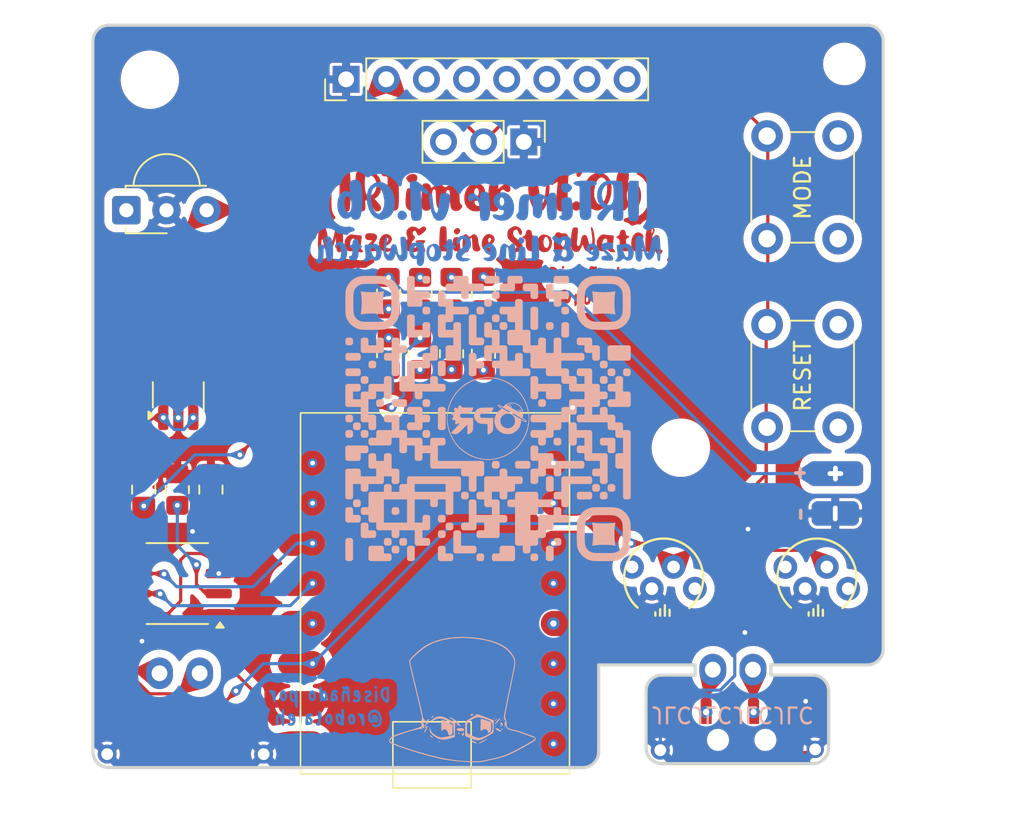
<source format=kicad_pcb>
(kicad_pcb (version 20240108) (generator "pcbnew") (generator_version "8.0")
  (layers (0 "F.Cu" signal) (1 "In1.Cu" signal) (2 "In2.Cu" signal) (3 "In3.Cu" signal) (4 "In4.Cu" signal) (31 "B.Cu" signal) (34 "B.Paste" user) (35 "F.Paste" user) (36 "B.SilkS" user "B.Silkscreen") (37 "F.SilkS" user "F.Silkscreen") (38 "B.Mask" user) (39 "F.Mask" user) (44 "Edge.Cuts" user))
  (net 0 "")
  (net 1 "GND")
  (net 2 "/BATT")
  (net 3 "/BTN_MODE")
  (net 4 "/BTN_RESET")
  (net 5 "+5V")
  (net 6 "/BATT_FULL")
  (net 7 "/TFT_RES")
  (net 8 "+3V3")
  (net 9 "/TFT_SCL")
  (net 10 "/TFT_SDA")
  (net 11 "/SENSOR")
  (net 12 "/BATT_ANALOG")
  (net 13 "/RGB")
  (net 14 "/TFT_DC")
  (net 15 "/TFT_CS")
  (net 16 "/IR")
  (net 17 "/BATT_CHARGING")
  (net 19 "Net-(LED1-DIN)")
  (net 21 "Net-(TP1-ISET)")
  (net 24 "Net-(J1-Pin_1)")
  (net 25 "Net-(J1-Pin_2)")
  (net 26 "Net-(J2-Pin_2)")
  (footprint "Capacitor_SMD:C_0805_2012Metric_Pad1.18x1.45mm_HandSolder" (layer "F.Cu") (at 112.105052 110.074488 90)
    (property "Reference" "C4" (hide yes))
    (property "Value" "10uF" (hide yes))
  )
  (footprint "Connector_PinHeader_2.54mm:PinHeader_1x02_P2.54mm_Vertical" (layer "F.Cu") (at 113.092552 121.724488 90)
    (property "Reference" "J2" (hide yes))
    (property "Value" "Conn_01x02_Pin")
  )
  (footprint "Button_Switch_THT:SW_PUSH_6mm_H8mm" (layer "F.Cu") (at 156.05 87.69 -90)
    (property "Reference" "MODE")
    (property "Value" "~")
  )
  (footprint "Capacitor_SMD:C_0805_2012Metric_Pad1.18x1.45mm_HandSolder" (layer "F.Cu") (at 116.355052 110.074488 90)
    (property "Reference" "C3" (hide yes))
    (property "Value" "10uF")
  )
  (footprint "custom_footprints:ESP32_supermini" (layer "F.Cu") (at 130.346052 124.777488 180)
    (property "Reference" "ESP1" (hide yes))
    (property "Value" "~")
  )
  (footprint "Button_Switch_THT:SW_PUSH_6mm_H8mm" (layer "F.Cu") (at 156.05 99.63 -90)
    (property "Reference" "RESET")
    (property "Value" "~")
  )
  (footprint "LOGO" (layer "F.Cu") (at 130.442552 120.274488)
    (property "Reference" "G***" (hide yes))
    (property "Value" "LOGO" (hide yes))
  )
  (footprint "Connector_PinHeader_1.00mm:PinHeader_1x01_P1.00mm_Vertical" (layer "F.Cu") (at 119.692552 126.824488 180)
    (property "Reference" "REF**" (hide yes))
    (property "Value" "PinHeader_1x01_P1.00mm_Vertical")
  )
  (footprint "Capacitor_SMD:C_0805_2012Metric_Pad1.18x1.45mm_HandSolder" (layer "F.Cu") (at 133.602552 101.474488 90)
    (property "Reference" "C2" (hide yes))
    (property "Value" "0.1uF" (hide yes))
  )
  (footprint "" (layer "F.Cu") (at 144.792552 126.574488 180)
    (property "Reference" "")
    (property "Value" "")
  )
  (footprint "custom_footprints:LED_D5.0mm-4_RGB_Staggered_Pins" (layer "F.Cu") (at 144.930052 115.64925 180)
    (property "Reference" "LED2" (hide yes))
    (property "Value" "~")
  )
  (footprint "Connector_PinHeader_1.00mm:PinHeader_1x01_P1.00mm_Vertical" (layer "F.Cu") (at 154.592552 126.524488 180)
    (property "Reference" "REF**" (hide yes))
    (property "Value" "PinHeader_1x01_P1.00mm_Vertical")
  )
  (footprint "custom_footprints:LED_D5.0mm-4_RGB_Staggered_Pins" (layer "F.Cu") (at 154.630052 115.64925 180)
    (property "Reference" "LED1" (hide yes))
    (property "Value" "~")
  )
  (footprint "LOGO" (layer "F.Cu") (at 133.040117 92.42)
    (property "Reference" "G***" (hide yes))
    (property "Value" " " (hide yes))
  )
  (footprint "Connector_PinHeader_2.54mm:PinHeader_1x02_P2.54mm_Vertical" (layer "F.Cu") (at 149.392552 121.474488 90)
    (property "Reference" "J1" (hide yes))
    (property "Value" "Conn_01x02_Pin" (hide yes))
  )
  (footprint "MountingHole:MountingHole_3.2mm_M3" (layer "F.Cu") (at 146.092552 107.424488 180)
    (property "Reference" "REF**" (hide yes))
    (property "Value" "MountingHole_3.2mm_M3")
  )
  (footprint "MountingHole:MountingHole_3.2mm_M3" (layer "F.Cu") (at 112.492552 84.124488 180)
    (property "Reference" "REF**" (hide yes))
    (property "Value" "MountingHole_3.2mm_M3")
  )
  (footprint "Resistor_SMD:R_0805_2012Metric_Pad1.20x1.40mm_HandSolder" (layer "F.Cu") (at 129.592552 97.636988 90)
    (property "Reference" "R7" (hide yes))
    (property "Value" "47K" (hide yes))
  )
  (footprint "Resistor_SMD:R_0805_2012Metric_Pad1.20x1.40mm_HandSolder" (layer "F.Cu") (at 114.230052 110.074488 90)
    (property "Reference" "R3" (hide yes))
    (property "Value" "1K5" (hide yes))
  )
  (footprint "Connector_PinHeader_2.54mm:PinHeader_1x03_P2.54mm_Vertical" (layer "F.Cu") (at 136.155 88.06 -90)
    (property "Reference" "S1" (hide yes))
    (property "Value" "~")
  )
  (footprint "custom_footprints:ST7789V_LCD_RGB_135x240" (layer "F.Cu") (at 133.852552 86.396988)
    (property "Reference" "LCD1" (hide yes))
    (property "Value" "~")
  )
  (footprint "custom_footprints:Leds_IR_Remote" (layer "F.Cu") (at 156.262552 110.161988 -90)
    (property "Reference" "BT1" (hide yes))
    (property "Value" "Battery" (hide yes))
  )
  (footprint "Resistor_SMD:R_0805_2012Metric_Pad1.20x1.40mm_HandSolder" (layer "F.Cu") (at 131.582552 97.636988 -90)
    (property "Reference" "R1" (hide yes))
    (property "Value" "100K" (hide yes))
  )
  (footprint "custom_footprints:IR TSOP38238 90º" (layer "F.Cu") (at 111.006355 92.386313)
    (property "Reference" "U1" (hide yes))
    (property "Value" "TSOP382xx" (hide yes))
  )
  (footprint "Resistor_SMD:R_0805_2012Metric_Pad1.20x1.40mm_HandSolder" (layer "F.Cu") (at 127.602552 101.474488 -90)
    (property "Reference" "R5" (hide yes))
    (property "Value" "10k" (hide yes))
  )
  (footprint "MountingHole:MountingHole_2.2mm_M2" (layer "F.Cu") (at 156.442552 83.124488 180)
    (property "Reference" "REF**" (hide yes))
    (property "Value" "MountingHole_2.2mm_M2")
  )
  (footprint "Resistor_SMD:R_0805_2012Metric_Pad1.20x1.40mm_HandSolder" (layer "F.Cu") (at 127.602552 97.636988 90)
    (property "Reference" "R4" (hide yes))
    (property "Value" "27k" (hide yes))
  )
  (footprint "Button_Switch_SMD:SW_SPDT_PCM12" (layer "F.Cu") (at 149.942552 125.594488)
    (property "Reference" "SW1" (hide yes))
    (property "Value" "SW_DPDT_x2")
  )
  (footprint "Capacitor_SMD:C_0805_2012Metric_Pad1.18x1.45mm_HandSolder" (layer "F.Cu") (at 133.602552 97.636988 -90)
    (property "Reference" "C1" (hide yes))
    (property "Value" "0.1uF" (hide yes))
  )
  (footprint "" (layer "F.Cu") (at 109.792552 126.824488 180)
    (property "Reference" "")
    (property "Value" "")
  )
  (footprint "Resistor_SMD:R_0805_2012Metric_Pad1.20x1.40mm_HandSolder" (layer "F.Cu") (at 131.582552 101.474488 90)
    (property "Reference" "R2" (hide yes))
    (property "Value" "100K" (hide yes))
  )
  (footprint "Package_SO:SOP-8_3.9x4.9mm_P1.27mm" (layer "F.Cu") (at 114.230052 116.024488 180)
    (property "Reference" "TP1" (hide yes))
    (property "Value" "~")
  )
  (footprint "Resistor_SMD:R_0805_2012Metric_Pad1.20x1.40mm_HandSolder" (layer "F.Cu") (at 129.592552 101.474488 90)
    (property "Reference" "R6" (hide yes))
    (property "Value" "47K" (hide yes))
  )
  (footprint "LOGO" (layer "F.Cu") (at 141.491319 97.169479)
    (property "Reference" "G***" (hide yes))
    (property "Value" " " (hide yes))
  )
  (footprint "Package_TO_SOT_SMD:SOT-23-5_HandSoldering" (layer "F.Cu") (at 114.292552 104.174488 90)
    (property "Reference" "LDO1" (hide yes))
    (property "Value" "~")
  )
  (footprint "LOGO" (layer "B.Cu") (at 134.89 93.01 180)
    (property "Reference" "G***" (hide yes))
    (property "Value" " " (hide yes))
  )
  (footprint "LOGO" (layer "B.Cu") (at 123.932552 123.754488 180)
    (property "Reference" "G***" (hide yes))
    (property "Value" "LOGO" (hide yes))
  )
  (footprint "LOGO" (layer "B.Cu") (at 133.892552 105.574488 180)
    (property "Reference" "G***" (hide yes))
    (property "Value" "LOGO" (hide yes))
  )
  (footprint "LOGO" (layer "B.Cu") (at 132.292552 123.374488 180)
    (property "Reference" "G***" (hide yes))
    (property "Value" "LOGO" (hide yes))
  )
  (gr_line (start 108.892552 126.674488) (end 108.892552 81.674488) (stroke (width 0.2)) (layer "Edge.Cuts"))
  (gr_line (start 140.892552 126.674488) (end 140.892552 121.174488) (stroke (width 0.2)) (layer "Edge.Cuts"))
  (gr_line (start 151.792552 121.824488) (end 154.442552 121.824488) (stroke (width 0.2)) (layer "Edge.Cuts"))
  (gr_line (start 109.892552 80.674488) (end 157.892552 80.674488) (stroke (width 0.2)) (layer "Edge.Cuts"))
  (gr_arc (start 157.892552 80.674488) (mid 158.599659 80.967381) (end 158.892552 81.674488) (stroke (width 0.2)) (layer "Edge.Cuts"))
  (gr_line (start 146.992552 121.824488) (end 146.992552 121.174488) (stroke (width 0.2)) (layer "Edge.Cuts"))
  (gr_line (start 109.892552 127.674488) (end 139.892552 127.674488) (stroke (width 0.2)) (layer "Edge.Cuts"))
  (gr_arc (start 154.442552 121.824488) (mid 155.149659 122.117381) (end 155.442552 122.824488) (stroke (width 0.2)) (layer "Edge.Cuts"))
  (gr_line (start 151.792552 121.824488) (end 151.792552 121.174488) (stroke (width 0.2)) (layer "Edge.Cuts"))
  (gr_line (start 144.892552 121.824488) (end 146.992552 121.824488) (stroke (width 0.2)) (layer "Edge.Cuts"))
  (gr_line (start 143.892552 126.424488) (end 143.892552 122.824488) (stroke (width 0.2)) (layer "Edge.Cuts"))
  (gr_arc (start 108.892552 81.674488) (mid 109.185445 80.967381) (end 109.892552 80.674488) (stroke (width 0.2)) (layer "Edge.Cuts"))
  (gr_arc (start 140.892552 126.674488) (mid 140.599659 127.381595) (end 139.892552 127.674488) (stroke (width 0.2)) (layer "Edge.Cuts"))
  (gr_line (start 151.792552 121.174488) (end 157.892552 121.174488) (stroke (width 0.2)) (layer "Edge.Cuts"))
  (gr_arc (start 144.892552 127.424488) (mid 144.185445 127.131595) (end 143.892552 126.424488) (stroke (width 0.2)) (layer "Edge.Cuts"))
  (gr_arc (start 155.442552 126.424488) (mid 155.149659 127.131595) (end 154.442552 127.424488) (stroke (width 0.2)) (layer "Edge.Cuts"))
  (gr_line (start 154.442552 127.424488) (end 144.892552 127.424488) (stroke (width 0.2)) (layer "Edge.Cuts"))
  (gr_arc (start 109.892552 127.674488) (mid 109.185445 127.381595) (end 108.892552 126.674488) (stroke (width 0.2)) (layer "Edge.Cuts"))
  (gr_arc (start 143.892552 122.824488) (mid 144.185445 122.117381) (end 144.892552 121.824488) (stroke (width 0.2)) (layer "Edge.Cuts"))
  (gr_line (start 155.442552 122.824488) (end 155.442552 126.424488) (stroke (width 0.2)) (layer "Edge.Cuts"))
  (gr_line (start 158.892552 120.174488) (end 158.892552 81.674488) (stroke (width 0.2)) (layer "Edge.Cuts"))
  (gr_arc (start 158.892552 120.174488) (mid 158.599659 120.881595) (end 157.892552 121.174488) (stroke (width 0.2)) (layer "Edge.Cuts"))
  (gr_line (start 140.892552 121.174488) (end 146.992552 121.174488) (stroke (width 0.2)) (layer "Edge.Cuts"))
  (gr_text "JLCJLCJLCJLC" (at 144.122552 123.744488 180) (layer "B.SilkS") (effects (font (size 1 1)) (justify left bottom mirror)))
  (segment (start 131.620052 98.674488) (end 131.582552 98.636988) (width 0.25) (layer "F.Cu") (net 1))
  (segment (start 133.602552 98.674488) (end 131.620052 98.674488) (width 0.25) (layer "F.Cu") (net 1))
  (segment (start 131.582552 100.474488) (end 133.565052 100.474488) (width 0.25) (layer "F.Cu") (net 1))
  (segment (start 133.602552 98.674488) (end 133.602552 100.436988) (width 0.25) (layer "F.Cu") (net 1))
  (segment (start 131.582552 98.636988) (end 131.582552 100.474488) (width 0.25) (layer "F.Cu") (net 1))
  (segment (start 133.565052 100.474488) (end 133.602552 100.436988) (width 0.25) (layer "F.Cu") (net 1))
  (via (at 114.292552 105.524488) (size 0.6) (drill 0.3) (layers "F.Cu" "B.Cu") (net 1))
  (via (at 153.992552 123.474488) (size 0.6) (drill 0.3) (layers "F.Cu" "B.Cu") (net 1))
  (via (at 115.192552 112.724488) (size 0.6) (drill 0.3) (layers "F.Cu" "B.Cu") (net 1))
  (via (at 150.142552 119.124488) (size 0.6) (drill 0.3) (layers "F.Cu" "B.Cu") (net 1))
  (via (at 139.242552 104.874488) (size 0.6) (drill 0.3) (layers "F.Cu" "B.Cu") (net 1))
  (via (at 150.342552 112.574488) (size 0.6) (drill 0.3) (layers "F.Cu" "B.Cu") (net 1))
  (via (at 111.992552 119.674488) (size 0.6) (drill 0.3) (layers "F.Cu" "B.Cu") (net 1))
  (via (at 116.855052 115.389488) (size 0.6) (drill 0.3) (layers "F.Cu" "B.Cu") (net 1))
  (segment (start 147.252552 122.774488) (end 148.588898 122.774488) (width 0.2) (layer "B.Cu") (net 1))
  (segment (start 148.588898 122.774488) (end 149.502552 121.860834) (width 0.2) (layer "B.Cu") (net 1))
  (segment (start 149.502552 119.764488) (end 150.142552 119.124488) (width 0.2) (layer "B.Cu") (net 1))
  (segment (start 149.502552 121.860834) (end 149.502552 119.764488) (width 0.2) (layer "B.Cu") (net 1))
  (segment (start 144.792552 125.234488) (end 147.252552 122.774488) (width 0.2) (layer "B.Cu") (net 1))
  (segment (start 144.792552 126.574488) (end 144.792552 125.234488) (width 0.2) (layer "B.Cu") (net 1))
  (segment (start 118.192552 107.874488) (end 118.192552 107.824488) (width 0.2) (layer "F.Cu") (net 2))
  (segment (start 125.580052 96.636988) (end 127.602552 96.636988) (width 0.2) (layer "F.Cu") (net 2))
  (segment (start 111.605052 114.119488) (end 112.105052 113.619488) (width 0.2) (layer "F.Cu") (net 2))
  (segment (start 118.192552 107.824488) (end 124.092552 101.924488) (width 0.2) (layer "F.Cu") (net 2))
  (segment (start 110.142552 120.074488) (end 111.772552 121.704488) (width 0.2) (layer "F.Cu") (net 2))
  (segment (start 124.092552 101.924488) (end 124.092552 98.124488) (width 0.2) (layer "F.Cu") (net 2))
  (segment (start 111.605052 114.119488) (end 110.780053 114.119488) (width 0.2) (layer "F.Cu") (net 2))
  (segment (start 124.092552 98.124488) (end 125.580052 96.636988) (width 0.2) (layer "F.Cu") (net 2))
  (segment (start 110.142552 114.756989) (end 110.142552 120.074488) (width 0.2) (layer "F.Cu") (net 2))
  (segment (start 110.780053 114.119488) (end 110.142552 114.756989) (width 0.2) (layer "F.Cu") (net 2))
  (segment (start 112.105052 113.619488) (end 112.105052 111.111988) (width 0.2) (layer "F.Cu") (net 2))
  (segment (start 111.772552 121.704488) (end 113.102552 121.704488) (width 0.2) (layer "F.Cu") (net 2))
  (via (at 112.105052 111.111988) (size 0.6) (drill 0.3) (layers "F.Cu" "B.Cu") (net 2))
  (via (at 127.602552 96.636988) (size 0.6) (drill 0.3) (layers "F.Cu" "B.Cu") (net 2))
  (via (at 118.192552 107.874488) (size 0.6) (drill 0.3) (layers "F.Cu" "B.Cu") (net 2))
  (segment (start 115.342552 107.874488) (end 118.192552 107.874488) (width 0.2) (layer "B.Cu") (net 2))
  (segment (start 150.487768 109.061988) (end 139.000268 97.574488) (width 0.2) (layer "B.Cu") (net 2))
  (segment (start 139.000268 97.574488) (end 128.540052 97.574488) (width 0.2) (layer "B.Cu") (net 2))
  (segment (start 155.872552 109.061988) (end 150.487768 109.061988) (width 0.2) (layer "B.Cu") (net 2))
  (segment (start 128.540052 97.574488) (end 127.602552 96.636988) (width 0.2) (layer "B.Cu") (net 2))
  (segment (start 112.105052 111.111988) (end 115.342552 107.874488) (width 0.2) (layer "B.Cu") (net 2))
  (via (at 138.029552 123.634488) (size 0.6) (drill 0.3) (layers "F.Cu" "B.Cu") (net 3))
  (via (at 131.582552 96.636988) (size 0.6) (drill 0.3) (layers "F.Cu" "B.Cu") (net 3))
  (via (at 133.602552 96.599488) (size 0.6) (drill 0.3) (layers "F.Cu" "B.Cu") (net 3))
  (via (at 133.602552 102.511988) (size 0.6) (drill 0.3) (layers "F.Cu" "B.Cu") (net 4))
  (via (at 138.029552 126.174488) (size 0.6) (drill 0.3) (layers "F.Cu" "B.Cu") (net 4))
  (via (at 131.582552 102.474488) (size 0.6) (drill 0.3) (layers "F.Cu" "B.Cu") (net 4))
  (segment (start 127.792552 104.874488) (end 122.592552 104.874488) (width 0.2) (layer "F.Cu") (net 5))
  (segment (start 119.142552 122.940123) (end 119.142552 124.774488) (width 0.2) (layer "F.Cu") (net 5))
  (segment (start 111.605052 117.929488) (end 113.643898 117.929488) (width 0.2) (layer "F.Cu") (net 5))
  (segment (start 122.592552 104.874488) (end 116.355052 111.111988) (width 0.2) (layer "F.Cu") (net 5))
  (segment (start 115.238898 119.524488) (end 116.142552 119.524488) (width 0.2) (layer "F.Cu") (net 5))
  (segment (start 114.442552 117.130834) (end 114.442552 114.524488) (width 0.2) (layer "F.Cu") (net 5))
  (segment (start 116.142552 119.524488) (end 116.142552 119.940123) (width 0.2) (layer "F.Cu") (net 5))
  (segment (start 116.355052 113.619488) (end 116.355052 111.111988) (width 0.2) (layer "F.Cu") (net 5))
  (segment (start 120.542552 126.174488) (end 122.792552 126.174488) (width 0.2) (layer "F.Cu") (net 5))
  (segment (start 116.142552 119.940123) (end 119.142552 122.940123) (width 0.2) (layer "F.Cu") (net 5))
  (segment (start 119.142552 124.774488) (end 120.542552 126.174488) (width 0.2) (layer "F.Cu") (net 5))
  (segment (start 114.442552 114.524488) (end 114.847552 114.119488) (width 0.2) (layer "F.Cu") (net 5))
  (segment (start 116.855052 114.119488) (end 116.355052 113.619488) (width 0.2) (layer "F.Cu") (net 5))
  (segment (start 114.847552 114.119488) (end 116.855052 114.119488) (width 0.2) (layer "F.Cu") (net 5))
  (segment (start 129.592552 100.474488) (end 129.592552 98.636988) (width 0.2) (layer "F.Cu") (net 5))
  (segment (start 113.643898 117.929488) (end 114.442552 117.130834) (width 0.2) (layer "F.Cu") (net 5))
  (segment (start 113.643898 117.929488) (end 115.238898 119.524488) (width 0.2) (layer "F.Cu") (net 5))
  (via (at 129.592552 100.474488) (size 0.6) (drill 0.3) (layers "F.Cu" "B.Cu") (net 5))
  (via (at 127.792552 104.874488) (size 0.6) (drill 0.3) (layers "F.Cu" "B.Cu") (net 5))
  (segment (start 128.542552 104.124488) (end 128.542552 101.524488) (width 0.2) (layer "B.Cu") (net 5))
  (segment (start 128.542552 101.524488) (end 129.592552 100.474488) (width 0.2) (layer "B.Cu") (net 5))
  (segment (start 127.792552 104.874488) (end 128.542552 104.124488) (width 0.2) (layer "B.Cu") (net 5))
  (segment (start 111.605052 115.389488) (end 113.357552 115.389488) (width 0.2) (layer "F.Cu") (net 6))
  (segment (start 113.357552 115.389488) (end 113.392552 115.424488) (width 0.2) (layer "F.Cu") (net 6))
  (via (at 129.592552 102.474488) (size 0.6) (drill 0.3) (layers "F.Cu" "B.Cu") (net 6))
  (via (at 113.392552 115.424488) (size 0.6) (drill 0.3) (layers "F.Cu" "B.Cu") (net 6))
  (via (at 122.792552 113.474488) (size 0.6) (drill 0.3) (layers "F.Cu" "B.Cu") (net 6))
  (segment (start 121.792552 113.474488) (end 122.792552 113.474488) (width 0.2) (layer "B.Cu") (net 6))
  (segment (start 119.042552 116.224488) (end 121.792552 113.474488) (width 0.2) (layer "B.Cu") (net 6))
  (segment (start 113.392552 115.424488) (end 114.192552 116.224488) (width 0.2) (layer "B.Cu") (net 6))
  (segment (start 114.192552 116.224488) (end 119.042552 116.224488) (width 0.2) (layer "B.Cu") (net 6))
  (via (at 122.792552 118.554488) (size 0.6) (drill 0.3) (layers "F.Cu" "B.Cu") (net 7))
  (segment (start 133.615 88.06) (end 131.629488 86.074488) (width 0.2) (layer "F.Cu") (net 8))
  (segment (start 145.630052 114.97425) (end 146.680052 113.92425) (width 0.2) (layer "F.Cu") (net 8))
  (segment (start 129.430052 86.074488) (end 131.602552 86.074488) (width 0.2) (layer "F.Cu") (net 8))
  (segment (start 109.342552 106.824488) (end 109.342552 120.440174) (width 0.2) (layer "F.Cu") (net 8))
  (segment (start 131.629488 86.074488) (end 131.602552 86.074488) (width 0.2) (layer "F.Cu") (net 8))
  (segment (start 151.492552 109.11175) (end 145.630052 114.97425) (width 0.2) (layer "F.Cu") (net 8))
  (segment (start 151.492552 106.174488) (end 151.492552 111.13675) (width 0.2) (layer "F.Cu") (net 8))
  (segment (start 150.592552 86.524488) (end 151.592552 87.524488) (width 0.2) (layer "F.Cu") (net 8))
  (segment (start 151.492552 99.674488) (end 151.492552 106.174488) (width 0.2) (layer "F.Cu") (net 8))
  (segment (start 135.152552 86.524488) (end 150.592552 86.524488) (width 0.2) (layer "F.Cu") (net 8))
  (segment (start 135.06852 86.60852) (end 135.06648 86.60852) (width 0.2) (layer "F.Cu") (net 8))
  (segment (start 109.342552 120.440174) (end 112.306866 123.404488) (width 0.2) (layer "F.Cu") (net 8))
  (segment (start 113.342552 95.130116) (end 116.086355 92.386313) (width 0.2) (layer "F.Cu") (net 8))
  (segment (start 119.163227 92.386313) (end 127.452552 84.096988) (width 0.2) (layer "F.Cu") (net 8))
  (segment (start 151.592552 94.024488) (end 151.592552 99.574488) (width 0.2) (layer "F.Cu") (net 8))
  (segment (start 151.492552 111.13675) (end 155.330052 114.97425) (width 0.2) (layer "F.Cu") (net 8))
  (segment (start 146.680052 113.92425) (end 154.280052 113.92425) (width 0.2) (layer "F.Cu") (net 8))
  (segment (start 135.06648 86.60852) (end 133.615 88.06) (width 0.2) (layer "F.Cu") (net 8))
  (segment (start 142.942552 113.474488) (end 144.13029 113.474488) (width 0.2) (layer "F.Cu") (net 8))
  (segment (start 151.592552 99.574488) (end 151.492552 99.674488) (width 0.2) (layer "F.Cu") (net 8))
  (segment (start 112.306866 123.404488) (end 117.362552 123.404488) (width 0.2) (layer "F.Cu") (net 8))
  (segment (start 154.280052 113.92425) (end 155.330052 114.97425) (width 0.2) (layer "F.Cu") (net 8))
  (segment (start 133.602552 88.074488) (end 135.152552 86.524488) (width 0.2) (layer "F.Cu") (net 8))
  (segment (start 116.086355 92.386313) (end 119.163227 92.386313) (width 0.2) (layer "F.Cu") (net 8))
  (segment (start 144.13029 113.474488) (end 145.630052 114.97425) (width 0.2) (layer "F.Cu") (net 8))
  (segment (start 117.362552 123.404488) (end 117.942552 122.824488) (width 0.2) (layer "F.Cu") (net 8))
  (segment (start 113.342552 102.824488) (end 109.342552 106.824488) (width 0.2) (layer "F.Cu") (net 8))
  (segment (start 131.602552 86.074488) (end 133.602552 88.074488) (width 0.2) (layer "F.Cu") (net 8))
  (segment (start 135.152552 86.524488) (end 135.06852 86.60852) (width 0.2) (layer "F.Cu") (net 8))
  (segment (start 113.342552 102.824488) (end 113.342552 95.130116) (width 0.2) (layer "F.Cu") (net 8))
  (segment (start 151.492552 106.174488) (end 151.492552 109.11175) (width 0.2) (layer "F.Cu") (net 8))
  (segment (start 151.592552 87.524488) (end 151.592552 94.024488) (width 0.2) (layer "F.Cu") (net 8))
  (segment (start 127.452552 84.096988) (end 129.430052 86.074488) (width 0.2) (layer "F.Cu") (net 8))
  (via (at 142.942552 113.474488) (size 0.6) (drill 0.3) (layers "F.Cu" "B.Cu") (net 8))
  (via (at 122.792552 121.094488) (size 0.6) (drill 0.3) (layers "F.Cu" "B.Cu") (net 8))
  (via (at 117.942552 122.824488) (size 0.6) (drill 0.3) (layers "F.Cu" "B.Cu") (net 8))
  (segment (start 142.942552 113.474488) (end 141.692552 112.224488) (width 0.2) (layer "B.Cu") (net 8))
  (segment (start 141.692552 112.224488) (end 131.662552 112.224488) (width 0.2) (layer "B.Cu") (net 8))
  (segment (start 131.662552 112.224488) (end 122.792552 121.094488) (width 0.2) (layer "B.Cu") (net 8))
  (segment (start 119.672552 121.094488) (end 122.792552 121.094488) (width 0.2) (layer "B.Cu") (net 8))
  (segment (start 117.942552 122.824488) (end 119.672552 121.094488) (width 0.2) (layer "B.Cu") (net 8))
  (via (at 138.029552 116.014488) (size 0.6) (drill 0.3) (layers "F.Cu" "B.Cu") (net 9))
  (via (at 138.029552 118.554488) (size 0.8) (drill 0.4) (layers "F.Cu" "B.Cu") (net 10))
  (via (at 122.792552 110.934488) (size 0.6) (drill 0.3) (layers "F.Cu" "B.Cu") (net 11))
  (via (at 122.792552 108.394488) (size 0.6) (drill 0.3) (layers "F.Cu" "B.Cu") (net 12))
  (via (at 127.602552 100.474488) (size 0.6) (drill 0.3) (layers "F.Cu" "B.Cu") (net 12))
  (via (at 127.602552 98.636988) (size 0.6) (drill 0.3) (layers "F.Cu" "B.Cu") (net 12))
  (via (at 138.029552 113.474488) (size 0.6) (drill 0.3) (layers "F.Cu" "B.Cu") (net 13))
  (via (at 138.029552 108.394488) (size 0.6) (drill 0.3) (layers "F.Cu" "B.Cu") (net 14))
  (via (at 138.029552 110.934488) (size 0.6) (drill 0.3) (layers "F.Cu" "B.Cu") (net 15))
  (via (at 138.029552 121.094488) (size 0.6) (drill 0.3) (layers "F.Cu" "B.Cu") (net 16))
  (segment (start 113.127552 116.659488) (end 113.142552 116.674488) (width 0.2) (layer "F.Cu") (net 17))
  (segment (start 111.605052 116.659488) (end 113.127552 116.659488) (width 0.2) (layer "F.Cu") (net 17))
  (via (at 113.142552 116.674488) (size 0.6) (drill 0.3) (layers "F.Cu" "B.Cu") (net 17))
  (via (at 129.592552 96.636988) (size 0.6) (drill 0.3) (layers "F.Cu" "B.Cu") (net 17))
  (via (at 122.792552 116.014488) (size 0.6) (drill 0.3) (layers "F.Cu" "B.Cu") (net 17))
  (segment (start 121.382552 117.424488) (end 122.792552 116.014488) (width 0.2) (layer "B.Cu") (net 17))
  (segment (start 113.892552 117.424488) (end 121.382552 117.424488) (width 0.2) (layer "B.Cu") (net 17))
  (segment (start 113.142552 116.674488) (end 113.892552 117.424488) (width 0.2) (layer "B.Cu") (net 17))
  (segment (start 115.442552 116.071987) (end 115.442552 114.824488) (width 0.2) (layer "F.Cu") (net 21))
  (segment (start 116.030053 116.659488) (end 115.442552 116.071987) (width 0.2) (layer "F.Cu") (net 21))
  (segment (start 116.855052 116.659488) (end 116.030053 116.659488) (width 0.2) (layer "F.Cu") (net 21))
  (via (at 114.230052 111.074488) (size 0.6) (drill 0.3) (layers "F.Cu" "B.Cu") (net 21))
  (via (at 115.442552 114.824488) (size 0.6) (drill 0.3) (layers "F.Cu" "B.Cu") (net 21))
  (segment (start 114.230052 112.774488) (end 114.230052 111.074488) (width 0.2) (layer "B.Cu") (net 21))
  (segment (start 114.230052 113.611988) (end 114.230052 112.774488) (width 0.2) (layer "B.Cu") (net 21))
  (segment (start 115.442552 114.824488) (end 114.230052 113.611988) (width 0.2) (layer "B.Cu") (net 21))
  (segment (start 147.692552 121.894488) (end 148.112552 121.474488) (width 0.2) (layer "F.Cu") (net 24))
  (segment (start 147.692552 124.164488) (end 147.692552 121.894488) (width 0.2) (layer "F.Cu") (net 24))
  (via (at 147.692552 124.164488) (size 0.8) (drill 0.4) (layers "F.Cu" "B.Cu") (net 24))
  (segment (start 150.692552 121.514488) (end 150.652552 121.474488) (width 0.2) (layer "F.Cu") (net 25))
  (segment (start 150.692552 124.124488) (end 150.692552 121.514488) (width 0.2) (layer "F.Cu") (net 25))
  (segment (start 150.692552 124.164488) (end 150.692552 124.124488) (width 0.2) (layer "F.Cu") (net 25))
  (via (at 150.692552 124.164488) (size 0.8) (drill 0.4) (layers "F.Cu" "B.Cu") (net 25))
  (segment (start 114.342552 123.004488) (end 112.472552 123.004488) (width 0.2) (layer "F.Cu") (net 26))
  (segment (start 113.342552 104.744489) (end 113.642553 104.444488) (width 0.2) (layer "F.Cu") (net 26))
  (segment (start 115.642552 121.704488) (end 114.342552 123.004488) (width 0.2) (layer "F.Cu") (net 26))
  (segment (start 115.242552 104.744489) (end 115.242552 105.524488) (width 0.2) (layer "F.Cu") (net 26))
  (segment (start 113.642553 104.444488) (end 114.942551 104.444488) (width 0.2) (layer "F.Cu") (net 26))
  (segment (start 114.942551 104.444488) (end 115.242552 104.744489) (width 0.2) (layer "F.Cu") (net 26))
  (segment (start 109.742552 120.274488) (end 109.742552 108.474488) (width 0.2) (layer "F.Cu") (net 26))
  (segment (start 113.342552 105.524488) (end 113.342552 104.744489) (width 0.2) (layer "F.Cu") (net 26))
  (segment (start 112.692552 105.524488) (end 113.342552 105.524488) (width 0.2) (layer "F.Cu") (net 26))
  (segment (start 109.742552 108.474488) (end 112.692552 105.524488) (width 0.2) (layer "F.Cu") (net 26))
  (segment (start 112.472552 123.004488) (end 109.742552 120.274488) (width 0.2) (layer "F.Cu") (net 26))
  (via (at 115.242552 105.524488) (size 0.6) (drill 0.3) (layers "F.Cu" "B.Cu") (net 26))
  (via (at 113.342552 105.524488) (size 0.6) (drill 0.3) (layers "F.Cu" "B.Cu") (net 26))
  (segment (start 113.342552 105.524488) (end 113.342552 105.574488) (width 0.2) (layer "B.Cu") (net 26))
  (segment (start 114.642552 106.274488) (end 115.242552 105.674488) (width 0.2) (layer "B.Cu") (net 26))
  (segment (start 113.342552 105.574488) (end 114.042552 106.274488) (width 0.2) (layer "B.Cu") (net 26))
  (segment (start 114.042552 106.274488) (end 114.642552 106.274488) (width 0.2) (layer "B.Cu") (net 26))
  (segment (start 115.242552 105.674488) (end 115.242552 105.524488) (width 0.2) (layer "B.Cu") (net 26))
  (zone (net 1) (net_name "GND") (layers "F.Cu" "In1.Cu" "In2.Cu" "In3.Cu" "In4.Cu" "B.Cu") (connect_pads (clearance 0.5)) (min_thickness 0.25) (fill yes (thermal_gap 0.2) (thermal_bridge_width 0.5))
    (polygon (pts (xy 161.592552 129.974488) (xy 105.892552 130.074488) (xy 105.992552 79.174488) (xy 161.442552 79.474488) (xy 161.442552 130.074488)))
  )
)
</source>
